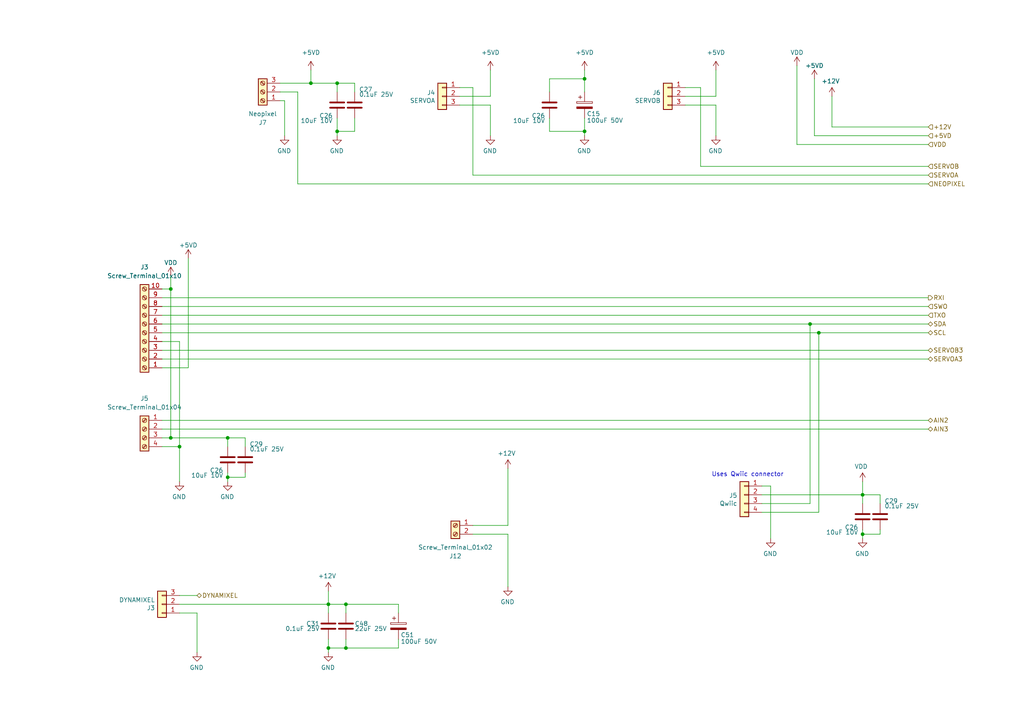
<source format=kicad_sch>
(kicad_sch (version 20230121) (generator eeschema)
  (paper "A4")
  (lib_symbols
    (symbol "Connector:Screw_Terminal_01x02" (pin_names (offset 1.016) hide)
      (property "Reference" "J" (at 0 2.54 0))
      (property "Value" "Screw_Terminal_01x02" (at 0 -5.08 0))
      (symbol "Screw_Terminal_01x02_1_1"
        (rectangle (start -1.27 1.27) (end 1.27 -3.81) (stroke (width 0.254)) (fill (type background)))
        (circle (center 0 -2.54) (radius 0.635) (stroke (width 0.1524)))
        (polyline (pts (xy -0.5334 -2.2098) (xy 0.3302 -3.048)) (stroke (width 0.1524)))
        (polyline (pts (xy -0.5334 0.3302) (xy 0.3302 -0.508)) (stroke (width 0.1524)))
        (polyline (pts (xy -0.3556 -2.032) (xy 0.508 -2.8702)) (stroke (width 0.1524)))
        (polyline (pts (xy -0.3556 0.508) (xy 0.508 -0.3302)) (stroke (width 0.1524)))
        (circle (center 0 0) (radius 0.635) (stroke (width 0.1524)))
        (pin passive line (at -5.08 0 0) (length 3.81) (name "Pin_1") (number "1"))
        (pin passive line (at -5.08 -2.54 0) (length 3.81) (name "Pin_2") (number "2"))
      )
    )
    (symbol "Connector:Screw_Terminal_01x03" (pin_names (offset 1.016) hide)
      (property "Reference" "J" (at 0 5.08 0))
      (property "Value" "Screw_Terminal_01x03" (at 0 -5.08 0))
      (symbol "Screw_Terminal_01x03_1_1"
        (rectangle (start -1.27 3.81) (end 1.27 -3.81) (stroke (width 0.254)) (fill (type background)))
        (circle (center 0 -2.54) (radius 0.635) (stroke (width 0.1524)))
        (polyline (pts (xy -0.5334 -2.2098) (xy 0.3302 -3.048)) (stroke (width 0.1524)))
        (polyline (pts (xy -0.5334 0.3302) (xy 0.3302 -0.508)) (stroke (width 0.1524)))
        (polyline (pts (xy -0.5334 2.8702) (xy 0.3302 2.032)) (stroke (width 0.1524)))
        (polyline (pts (xy -0.3556 -2.032) (xy 0.508 -2.8702)) (stroke (width 0.1524)))
        (polyline (pts (xy -0.3556 0.508) (xy 0.508 -0.3302)) (stroke (width 0.1524)))
        (polyline (pts (xy -0.3556 3.048) (xy 0.508 2.2098)) (stroke (width 0.1524)))
        (circle (center 0 0) (radius 0.635) (stroke (width 0.1524)))
        (circle (center 0 2.54) (radius 0.635) (stroke (width 0.1524)))
        (pin passive line (at -5.08 2.54 0) (length 3.81) (name "Pin_1") (number "1"))
        (pin passive line (at -5.08 0 0) (length 3.81) (name "Pin_2") (number "2"))
        (pin passive line (at -5.08 -2.54 0) (length 3.81) (name "Pin_3") (number "3"))
      )
    )
    (symbol "Connector:Screw_Terminal_01x04" (pin_names (offset 1.016) hide)
      (property "Reference" "J" (at 0 5.08 0))
      (property "Value" "Screw_Terminal_01x04" (at 0 -7.62 0))
      (symbol "Screw_Terminal_01x04_1_1"
        (rectangle (start -1.27 3.81) (end 1.27 -6.35) (stroke (width 0.254)) (fill (type background)))
        (circle (center 0 -5.08) (radius 0.635) (stroke (width 0.1524)))
        (circle (center 0 -2.54) (radius 0.635) (stroke (width 0.1524)))
        (polyline (pts (xy -0.5334 -4.7498) (xy 0.3302 -5.588)) (stroke (width 0.1524)))
        (polyline (pts (xy -0.5334 -2.2098) (xy 0.3302 -3.048)) (stroke (width 0.1524)))
        (polyline (pts (xy -0.5334 0.3302) (xy 0.3302 -0.508)) (stroke (width 0.1524)))
        (polyline (pts (xy -0.5334 2.8702) (xy 0.3302 2.032)) (stroke (width 0.1524)))
        (polyline (pts (xy -0.3556 -4.572) (xy 0.508 -5.4102)) (stroke (width 0.1524)))
        (polyline (pts (xy -0.3556 -2.032) (xy 0.508 -2.8702)) (stroke (width 0.1524)))
        (polyline (pts (xy -0.3556 0.508) (xy 0.508 -0.3302)) (stroke (width 0.1524)))
        (polyline (pts (xy -0.3556 3.048) (xy 0.508 2.2098)) (stroke (width 0.1524)))
        (circle (center 0 0) (radius 0.635) (stroke (width 0.1524)))
        (circle (center 0 2.54) (radius 0.635) (stroke (width 0.1524)))
        (pin passive line (at -5.08 2.54 0) (length 3.81) (name "Pin_1") (number "1"))
        (pin passive line (at -5.08 0 0) (length 3.81) (name "Pin_2") (number "2"))
        (pin passive line (at -5.08 -2.54 0) (length 3.81) (name "Pin_3") (number "3"))
        (pin passive line (at -5.08 -5.08 0) (length 3.81) (name "Pin_4") (number "4"))
      )
    )
    (symbol "Connector:Screw_Terminal_01x10" (pin_names (offset 1.016) hide)
      (property "Reference" "J" (at 0 12.7 0))
      (property "Value" "Screw_Terminal_01x10" (at 0 -15.24 0))
      (symbol "Screw_Terminal_01x10_1_1"
        (rectangle (start -1.27 11.43) (end 1.27 -13.97) (stroke (width 0.254)) (fill (type background)))
        (circle (center 0 -12.7) (radius 0.635) (stroke (width 0.1524)))
        (circle (center 0 -10.16) (radius 0.635) (stroke (width 0.1524)))
        (circle (center 0 -7.62) (radius 0.635) (stroke (width 0.1524)))
        (circle (center 0 -5.08) (radius 0.635) (stroke (width 0.1524)))
        (circle (center 0 -2.54) (radius 0.635) (stroke (width 0.1524)))
        (polyline (pts (xy -0.5334 -12.3698) (xy 0.3302 -13.208)) (stroke (width 0.1524)))
        (polyline (pts (xy -0.5334 -9.8298) (xy 0.3302 -10.668)) (stroke (width 0.1524)))
        (polyline (pts (xy -0.5334 -7.2898) (xy 0.3302 -8.128)) (stroke (width 0.1524)))
        (polyline (pts (xy -0.5334 -4.7498) (xy 0.3302 -5.588)) (stroke (width 0.1524)))
        (polyline (pts (xy -0.5334 -2.2098) (xy 0.3302 -3.048)) (stroke (width 0.1524)))
        (polyline (pts (xy -0.5334 0.3302) (xy 0.3302 -0.508)) (stroke (width 0.1524)))
        (polyline (pts (xy -0.5334 2.8702) (xy 0.3302 2.032)) (stroke (width 0.1524)))
        (polyline (pts (xy -0.5334 5.4102) (xy 0.3302 4.572)) (stroke (width 0.1524)))
        (polyline (pts (xy -0.5334 7.9502) (xy 0.3302 7.112)) (stroke (width 0.1524)))
        (polyline (pts (xy -0.5334 10.4902) (xy 0.3302 9.652)) (stroke (width 0.1524)))
        (polyline (pts (xy -0.3556 -12.192) (xy 0.508 -13.0302)) (stroke (width 0.1524)))
        (polyline (pts (xy -0.3556 -9.652) (xy 0.508 -10.4902)) (stroke (width 0.1524)))
        (polyline (pts (xy -0.3556 -7.112) (xy 0.508 -7.9502)) (stroke (width 0.1524)))
        (polyline (pts (xy -0.3556 -4.572) (xy 0.508 -5.4102)) (stroke (width 0.1524)))
        (polyline (pts (xy -0.3556 -2.032) (xy 0.508 -2.8702)) (stroke (width 0.1524)))
        (polyline (pts (xy -0.3556 0.508) (xy 0.508 -0.3302)) (stroke (width 0.1524)))
        (polyline (pts (xy -0.3556 3.048) (xy 0.508 2.2098)) (stroke (width 0.1524)))
        (polyline (pts (xy -0.3556 5.588) (xy 0.508 4.7498)) (stroke (width 0.1524)))
        (polyline (pts (xy -0.3556 8.128) (xy 0.508 7.2898)) (stroke (width 0.1524)))
        (polyline (pts (xy -0.3556 10.668) (xy 0.508 9.8298)) (stroke (width 0.1524)))
        (circle (center 0 0) (radius 0.635) (stroke (width 0.1524)))
        (circle (center 0 2.54) (radius 0.635) (stroke (width 0.1524)))
        (circle (center 0 5.08) (radius 0.635) (stroke (width 0.1524)))
        (circle (center 0 7.62) (radius 0.635) (stroke (width 0.1524)))
        (circle (center 0 10.16) (radius 0.635) (stroke (width 0.1524)))
        (pin passive line (at -5.08 10.16 0) (length 3.81) (name "Pin_1") (number "1"))
        (pin passive line (at -5.08 -12.7 0) (length 3.81) (name "Pin_10") (number "10"))
        (pin passive line (at -5.08 7.62 0) (length 3.81) (name "Pin_2") (number "2"))
        (pin passive line (at -5.08 5.08 0) (length 3.81) (name "Pin_3") (number "3"))
        (pin passive line (at -5.08 2.54 0) (length 3.81) (name "Pin_4") (number "4"))
        (pin passive line (at -5.08 0 0) (length 3.81) (name "Pin_5") (number "5"))
        (pin passive line (at -5.08 -2.54 0) (length 3.81) (name "Pin_6") (number "6"))
        (pin passive line (at -5.08 -5.08 0) (length 3.81) (name "Pin_7") (number "7"))
        (pin passive line (at -5.08 -7.62 0) (length 3.81) (name "Pin_8") (number "8"))
        (pin passive line (at -5.08 -10.16 0) (length 3.81) (name "Pin_9") (number "9"))
      )
    )
    (symbol "Connector_Generic:Conn_01x03" (pin_names (offset 1.016) hide)
      (property "Reference" "J" (at 0 5.08 0))
      (property "Value" "Conn_01x03" (at 0 -5.08 0))
      (symbol "Conn_01x03_1_1"
        (rectangle (start -1.27 -2.413) (end 0 -2.667) (stroke (width 0.1524)))
        (rectangle (start -1.27 0.127) (end 0 -0.127) (stroke (width 0.1524)))
        (rectangle (start -1.27 2.667) (end 0 2.413) (stroke (width 0.1524)))
        (rectangle (start -1.27 3.81) (end 1.27 -3.81) (stroke (width 0.254)) (fill (type background)))
        (pin passive line (at -5.08 2.54 0) (length 3.81) (name "Pin_1") (number "1"))
        (pin passive line (at -5.08 0 0) (length 3.81) (name "Pin_2") (number "2"))
        (pin passive line (at -5.08 -2.54 0) (length 3.81) (name "Pin_3") (number "3"))
      )
    )
    (symbol "Connector_Generic:Conn_01x04" (pin_names (offset 1.016) hide)
      (property "Reference" "J" (at 0 5.08 0))
      (property "Value" "Conn_01x04" (at 0 -7.62 0))
      (symbol "Conn_01x04_1_1"
        (rectangle (start -1.27 -4.953) (end 0 -5.207) (stroke (width 0.1524)))
        (rectangle (start -1.27 -2.413) (end 0 -2.667) (stroke (width 0.1524)))
        (rectangle (start -1.27 0.127) (end 0 -0.127) (stroke (width 0.1524)))
        (rectangle (start -1.27 2.667) (end 0 2.413) (stroke (width 0.1524)))
        (rectangle (start -1.27 3.81) (end 1.27 -6.35) (stroke (width 0.254)) (fill (type background)))
        (pin passive line (at -5.08 2.54 0) (length 3.81) (name "Pin_1") (number "1"))
        (pin passive line (at -5.08 0 0) (length 3.81) (name "Pin_2") (number "2"))
        (pin passive line (at -5.08 -2.54 0) (length 3.81) (name "Pin_3") (number "3"))
        (pin passive line (at -5.08 -5.08 0) (length 3.81) (name "Pin_4") (number "4"))
      )
    )
    (symbol "Device:C" (pin_numbers hide) (pin_names (offset 0.254))
      (property "Reference" "C" (at 0.635 2.54 0))
      (property "Value" "C" (at 0.635 -2.54 0))
      (symbol "C_0_1"
        (polyline (pts (xy -2.032 -0.762) (xy 2.032 -0.762)) (stroke (width 0.508)))
        (polyline (pts (xy -2.032 0.762) (xy 2.032 0.762)) (stroke (width 0.508)))
      )
      (symbol "C_1_1"
        (pin passive line (at 0 3.81 270) (length 2.794) (name "~") (number "1"))
        (pin passive line (at 0 -3.81 90) (length 2.794) (name "~") (number "2"))
      )
    )
    (symbol "Device:C_Polarized" (pin_numbers hide) (pin_names (offset 0.254))
      (property "Reference" "C" (at 0.635 2.54 0))
      (property "Value" "C_Polarized" (at 0.635 -2.54 0))
      (symbol "C_Polarized_0_1"
        (rectangle (start -2.286 0.508) (end 2.286 1.016))
        (polyline (pts (xy -1.778 2.286) (xy -0.762 2.286)))
        (polyline (pts (xy -1.27 2.794) (xy -1.27 1.778)))
        (rectangle (start 2.286 -0.508) (end -2.286 -1.016) (fill (type outline)))
      )
      (symbol "C_Polarized_1_1"
        (pin passive line (at 0 3.81 270) (length 2.794) (name "~") (number "1"))
        (pin passive line (at 0 -3.81 90) (length 2.794) (name "~") (number "2"))
      )
    )
    (symbol "power:+12V" (power) (pin_names (offset 0))
      (property "Value" "+12V" (at 0 3.556 0))
      (symbol "+12V_0_1"
        (polyline (pts (xy -0.762 1.27) (xy 0 2.54)))
        (polyline (pts (xy 0 0) (xy 0 2.54)))
        (polyline (pts (xy 0 2.54) (xy 0.762 1.27)))
      )
      (symbol "+12V_1_1"
        (pin power_in line (at 0 0 90) (length 0) hide (name "+12V") (number "1"))
      )
    )
    (symbol "power:+5VD" (power) (pin_names (offset 0))
      (property "Value" "+5VD" (at 0 3.556 0))
      (symbol "+5VD_0_1"
        (polyline (pts (xy -0.762 1.27) (xy 0 2.54)))
        (polyline (pts (xy 0 0) (xy 0 2.54)))
        (polyline (pts (xy 0 2.54) (xy 0.762 1.27)))
      )
      (symbol "+5VD_1_1"
        (pin power_in line (at 0 0 90) (length 0) hide (name "+5VD") (number "1"))
      )
    )
    (symbol "power:GND" (power) (pin_names (offset 0))
      (property "Value" "GND" (at 0 -3.81 0))
      (symbol "GND_0_1"
        (polyline (pts (xy 0 0) (xy 0 -1.27) (xy 1.27 -1.27) (xy 0 -2.54) (xy -1.27 -1.27) (xy 0 -1.27)))
      )
      (symbol "GND_1_1"
        (pin power_in line (at 0 0 270) (length 0) hide (name "GND") (number "1"))
      )
    )
    (symbol "power:VDD" (power) (pin_names (offset 0))
      (property "Value" "VDD" (at 0 3.81 0))
      (symbol "VDD_0_1"
        (polyline (pts (xy -0.762 1.27) (xy 0 2.54)))
        (polyline (pts (xy 0 0) (xy 0 2.54)))
        (polyline (pts (xy 0 2.54) (xy 0.762 1.27)))
      )
      (symbol "VDD_1_1"
        (pin power_in line (at 0 0 90) (length 0) hide (name "VDD") (number "1"))
      )
    )
  )
  (junction (at 66.04 138.43))
  (junction (at 95.25 187.96))
  (junction (at 169.545 38.1))
  (junction (at 169.545 22.86))
  (junction (at 234.95 93.98))
  (junction (at 97.79 24.13))
  (junction (at 49.53 83.82))
  (junction (at 237.49 96.52))
  (junction (at 100.33 175.26))
  (junction (at 66.04 127))
  (junction (at 90.17 24.13))
  (junction (at 95.25 175.26))
  (junction (at 97.79 38.1))
  (junction (at 250.19 143.51))
  (junction (at 100.33 187.96))
  (junction (at 52.07 129.54))
  (junction (at 250.19 154.94))
  (junction (at 49.53 127))
  (wire (pts (xy 137.16 154.94) (xy 147.32 154.94)))
  (wire (pts (xy 54.61 74.93) (xy 54.61 106.68)))
  (wire (pts (xy 46.99 86.36) (xy 269.24 86.36)))
  (wire (pts (xy 220.98 140.97) (xy 223.52 140.97)))
  (wire (pts (xy 57.15 177.8) (xy 52.07 177.8)))
  (wire (pts (xy 207.645 30.48) (xy 207.645 39.37)))
  (wire (pts (xy 250.19 153.67) (xy 250.19 154.94)))
  (wire (pts (xy 250.19 154.94) (xy 250.19 156.21)))
  (wire (pts (xy 102.87 38.1) (xy 97.79 38.1)))
  (wire (pts (xy 133.35 30.48) (xy 142.24 30.48)))
  (wire (pts (xy 220.98 143.51) (xy 250.19 143.51)))
  (wire (pts (xy 102.87 26.67) (xy 102.87 24.13)))
  (wire (pts (xy 46.99 93.98) (xy 234.95 93.98)))
  (wire (pts (xy 71.12 138.43) (xy 66.04 138.43)))
  (wire (pts (xy 198.755 30.48) (xy 207.645 30.48)))
  (wire (pts (xy 46.99 124.46) (xy 269.24 124.46)))
  (wire (pts (xy 159.385 22.86) (xy 159.385 26.67)))
  (wire (pts (xy 66.04 138.43) (xy 66.04 139.7)))
  (wire (pts (xy 234.95 93.98) (xy 269.24 93.98)))
  (wire (pts (xy 46.99 99.06) (xy 52.07 99.06)))
  (wire (pts (xy 54.61 106.68) (xy 46.99 106.68)))
  (wire (pts (xy 97.79 24.13) (xy 102.87 24.13)))
  (wire (pts (xy 169.545 38.1) (xy 169.545 39.37)))
  (wire (pts (xy 269.24 36.83) (xy 241.3 36.83)))
  (wire (pts (xy 52.07 129.54) (xy 52.07 139.7)))
  (wire (pts (xy 133.35 27.94) (xy 142.24 27.94)))
  (wire (pts (xy 137.16 50.8) (xy 269.24 50.8)))
  (wire (pts (xy 207.645 20.32) (xy 207.645 27.94)))
  (wire (pts (xy 95.25 187.96) (xy 100.33 187.96)))
  (wire (pts (xy 52.07 175.26) (xy 95.25 175.26)))
  (wire (pts (xy 159.385 34.29) (xy 159.385 38.1)))
  (wire (pts (xy 95.25 175.26) (xy 95.25 177.8)))
  (wire (pts (xy 147.32 154.94) (xy 147.32 170.18)))
  (wire (pts (xy 57.15 177.8) (xy 57.15 189.23)))
  (wire (pts (xy 142.24 20.32) (xy 142.24 27.94)))
  (wire (pts (xy 198.755 25.4) (xy 203.2 25.4)))
  (wire (pts (xy 102.87 34.29) (xy 102.87 38.1)))
  (wire (pts (xy 255.27 154.94) (xy 250.19 154.94)))
  (wire (pts (xy 97.79 24.13) (xy 97.79 26.67)))
  (wire (pts (xy 46.99 101.6) (xy 269.24 101.6)))
  (wire (pts (xy 236.22 39.37) (xy 269.24 39.37)))
  (wire (pts (xy 198.755 27.94) (xy 207.645 27.94)))
  (wire (pts (xy 231.14 41.91) (xy 269.24 41.91)))
  (wire (pts (xy 169.545 20.32) (xy 169.545 22.86)))
  (wire (pts (xy 250.19 139.7) (xy 250.19 143.51)))
  (wire (pts (xy 46.99 121.92) (xy 269.24 121.92)))
  (wire (pts (xy 100.33 175.26) (xy 115.57 175.26)))
  (wire (pts (xy 237.49 96.52) (xy 269.24 96.52)))
  (wire (pts (xy 97.79 34.29) (xy 97.79 38.1)))
  (wire (pts (xy 82.55 29.21) (xy 82.55 39.37)))
  (wire (pts (xy 95.25 185.42) (xy 95.25 187.96)))
  (wire (pts (xy 234.95 146.05) (xy 220.98 146.05)))
  (wire (pts (xy 159.385 22.86) (xy 169.545 22.86)))
  (wire (pts (xy 52.07 172.72) (xy 57.15 172.72)))
  (wire (pts (xy 137.16 25.4) (xy 137.16 50.8)))
  (wire (pts (xy 100.33 187.96) (xy 100.33 185.42)))
  (wire (pts (xy 142.24 30.48) (xy 142.24 39.37)))
  (wire (pts (xy 52.07 99.06) (xy 52.07 129.54)))
  (wire (pts (xy 169.545 22.86) (xy 169.545 26.67)))
  (wire (pts (xy 236.22 22.86) (xy 236.22 39.37)))
  (wire (pts (xy 203.2 25.4) (xy 203.2 48.26)))
  (wire (pts (xy 86.36 53.34) (xy 269.24 53.34)))
  (wire (pts (xy 49.53 127) (xy 46.99 127)))
  (wire (pts (xy 223.52 140.97) (xy 223.52 156.21)))
  (wire (pts (xy 100.33 175.26) (xy 100.33 177.8)))
  (wire (pts (xy 49.53 83.82) (xy 49.53 127)))
  (wire (pts (xy 255.27 143.51) (xy 255.27 146.05)))
  (wire (pts (xy 255.27 153.67) (xy 255.27 154.94)))
  (wire (pts (xy 46.99 129.54) (xy 52.07 129.54)))
  (wire (pts (xy 71.12 127) (xy 71.12 129.54)))
  (wire (pts (xy 95.25 187.96) (xy 95.25 189.23)))
  (wire (pts (xy 49.53 80.01) (xy 49.53 83.82)))
  (wire (pts (xy 46.99 83.82) (xy 49.53 83.82)))
  (wire (pts (xy 66.04 137.16) (xy 66.04 138.43)))
  (wire (pts (xy 49.53 127) (xy 66.04 127)))
  (wire (pts (xy 237.49 148.59) (xy 220.98 148.59)))
  (wire (pts (xy 95.25 175.26) (xy 100.33 175.26)))
  (wire (pts (xy 90.17 24.13) (xy 97.79 24.13)))
  (wire (pts (xy 46.99 96.52) (xy 237.49 96.52)))
  (wire (pts (xy 115.57 175.26) (xy 115.57 177.8)))
  (wire (pts (xy 46.99 88.9) (xy 269.24 88.9)))
  (wire (pts (xy 95.25 171.45) (xy 95.25 175.26)))
  (wire (pts (xy 81.28 29.21) (xy 82.55 29.21)))
  (wire (pts (xy 159.385 38.1) (xy 169.545 38.1)))
  (wire (pts (xy 250.19 146.05) (xy 250.19 143.51)))
  (wire (pts (xy 66.04 129.54) (xy 66.04 127)))
  (wire (pts (xy 71.12 137.16) (xy 71.12 138.43)))
  (wire (pts (xy 66.04 127) (xy 71.12 127)))
  (wire (pts (xy 250.19 143.51) (xy 255.27 143.51)))
  (wire (pts (xy 133.35 25.4) (xy 137.16 25.4)))
  (wire (pts (xy 241.3 36.83) (xy 241.3 27.94)))
  (wire (pts (xy 46.99 91.44) (xy 269.24 91.44)))
  (wire (pts (xy 231.14 41.91) (xy 231.14 19.05)))
  (wire (pts (xy 115.57 185.42) (xy 115.57 187.96)))
  (wire (pts (xy 269.24 104.14) (xy 46.99 104.14)))
  (wire (pts (xy 115.57 187.96) (xy 100.33 187.96)))
  (wire (pts (xy 90.17 24.13) (xy 90.17 20.32)))
  (wire (pts (xy 234.95 93.98) (xy 234.95 146.05)))
  (wire (pts (xy 147.32 135.89) (xy 147.32 152.4)))
  (wire (pts (xy 81.28 24.13) (xy 90.17 24.13)))
  (wire (pts (xy 81.28 26.67) (xy 86.36 26.67)))
  (wire (pts (xy 97.79 38.1) (xy 97.79 39.37)))
  (wire (pts (xy 137.16 152.4) (xy 147.32 152.4)))
  (wire (pts (xy 237.49 96.52) (xy 237.49 148.59)))
  (wire (pts (xy 169.545 34.29) (xy 169.545 38.1)))
  (wire (pts (xy 203.2 48.26) (xy 269.24 48.26)))
  (wire (pts (xy 86.36 26.67) (xy 86.36 53.34)))
  (text "Uses Qwiic connector" (at 227.33 138.43 0) (effects (font (size 1.27 1.27)) (justify right bottom)))
  (hierarchical_label "DYNAMIXEL" (shape bidirectional) (at 57.15 172.72 0))
  (hierarchical_label "NEOPIXEL" (shape input) (at 269.24 53.34 0))
  (hierarchical_label "SWO" (shape input) (at 269.24 88.9 0))
  (hierarchical_label "RXI" (shape output) (at 269.24 86.36 0))
  (hierarchical_label "SERVOB" (shape input) (at 269.24 48.26 0))
  (hierarchical_label "+5VD" (shape input) (at 269.24 39.37 0))
  (hierarchical_label "SERVOA" (shape input) (at 269.24 50.8 0))
  (hierarchical_label "VDD" (shape input) (at 269.24 41.91 0))
  (hierarchical_label "SDA" (shape bidirectional) (at 269.24 93.98 0))
  (hierarchical_label "+12V" (shape input) (at 269.24 36.83 0))
  (hierarchical_label "AIN2" (shape bidirectional) (at 269.24 121.92 0))
  (hierarchical_label "TXO" (shape input) (at 269.24 91.44 0))
  (hierarchical_label "AIN3" (shape bidirectional) (at 269.24 124.46 0))
  (hierarchical_label "SERVOA3" (shape bidirectional) (at 269.24 104.14 0))
  (hierarchical_label "SCL" (shape bidirectional) (at 269.24 96.52 0))
  (hierarchical_label "SERVOB3" (shape bidirectional) (at 269.24 101.6 0))
  (symbol (lib_id "Device:C") (at 100.33 181.61 0) (unit 1)
    (property "Reference" "C48" (at 102.87 181.61 0) (effects (justify left bottom)))
    (property "Value" "22uF 25V" (at 102.87 181.61 0) (effects (justify left top)))
    (property "Footprint" "Capacitor_SMD:C_1210_3225Metric" (effects hide))
    (property "Manufacturer" "Samsung" (effects hide))
    (property "Manufacturer Part Number" "CL31A226KAHNNNE" (effects hide))
    (property "Generic OK" "YES" (effects hide))
    (property "LCSC Part #" "C12891" (effects hide))
    (instances (project "Main" (path "" (reference "C48") (unit 1)) (path "" (reference "C19") (unit 1)) (path "" (reference "C23") (unit 1))))
  )
  (symbol (lib_id "power:GND") (at 223.52 156.21 0) (mirror y) (unit 1)
    (property "Reference" "#PWR054" (effects hide))
    (property "Value" "GND" (at 223.393 160.6042 0))
    (instances (project "Main" (path "" (reference "#PWR054") (unit 1)) (path "" (reference "#PWR073") (unit 1))) (project "Main" (path "" (reference "#PWR012") (unit 1))))
  )
  (symbol (lib_id "power:+5VD") (at 207.645 20.32 0) (unit 1)
    (property "Reference" "#PWR055" (effects hide))
    (property "Value" "+5VD" (at 207.645 15.24 0))
    (instances (project "Main" (path "" (reference "#PWR055") (unit 1)) (path "" (reference "#PWR070") (unit 1))))
  )
  (symbol (lib_id "Device:C") (at 255.27 149.86 0) (unit 1)
    (property "Reference" "C29" (at 256.54 146.05 0) (effects (justify left bottom)))
    (property "Value" "0.1uF 25V" (at 256.54 146.05 0) (effects (justify left top)))
    (property "Footprint" "Capacitor_SMD:C_0402_1005Metric" (effects hide))
    (property "Generic OK" "YES" (effects hide))
    (property "Manufacturer" "YAGEO" (effects hide))
    (property "Manufacturer Part Number" "CC0402KRX7R8BB104" (effects hide))
    (property "LCSC Part #" "C105883" (effects hide))
    (instances (project "Main" (path "" (reference "C29") (unit 1)) (path "" (reference "C35") (unit 1))))
  )
  (symbol (lib_id "Connector:Screw_Terminal_01x03") (at 76.2 26.67 180) (unit 1)
    (property "Reference" "J7" (at 76.2 35.56 0))
    (property "Value" "Neopixel" (at 76.2 33.02 0))
    (property "Footprint" "Pixels-dice:DB125-3.81-3P-GN-S" (effects hide))
    (property "Manufacturer" "DORABO" (effects hide))
    (property "Manufacturer Part Number" "DB125-3.81-3P-GN-S" (effects hide))
    (property "LCSC Part #" "C395879" (effects hide))
  )
  (symbol (lib_id "power:GND") (at 142.24 39.37 0) (mirror y) (unit 1)
    (property "Reference" "#PWR046" (effects hide))
    (property "Value" "GND" (at 142.113 43.7642 0))
    (instances (project "Main" (path "" (reference "#PWR046") (unit 1)) (path "" (reference "#PWR063") (unit 1))) (project "Main" (path "" (reference "#PWR09") (unit 1))))
  )
  (symbol (lib_id "power:VDD") (at 49.53 80.01 0) (unit 1)
    (property "Reference" "#PWR072" (effects hide))
    (property "Value" "VDD" (at 49.53 76.2 0))
    (instances (project "Main" (path "" (reference "#PWR072") (unit 1)) (path "" (reference "#PWR047") (unit 1))))
  )
  (symbol (lib_id "Device:C_Polarized") (at 115.57 181.61 0) (unit 1)
    (property "Reference" "C51" (at 116.205 184.15 0) (effects (justify left)))
    (property "Value" "100uF 50V" (at 116.205 186.055 0) (effects (justify left)))
    (property "Footprint" "Capacitor_SMD:CP_Elec_6.3x5.4" (effects hide))
    (property "LCSC Part #" "C97807" (effects hide))
    (property "Manufacturer" "Nichicon" (effects hide))
    (property "Manufacturer Part Number" "UWX1C101MCL1GB" (effects hide))
  )
  (symbol (lib_id "power:GND") (at 82.55 39.37 0) (mirror y) (unit 1)
    (property "Reference" "#PWR061" (effects hide))
    (property "Value" "GND" (at 82.423 43.7642 0))
    (instances (project "Main" (path "" (reference "#PWR061") (unit 1)) (path "" (reference "#PWR055") (unit 1))))
  )
  (symbol (lib_id "power:+12V") (at 147.32 135.89 0) (mirror y) (unit 1)
    (property "Reference" "#PWR069" (effects hide))
    (property "Value" "+12V" (at 146.939 131.4958 0))
    (instances (project "Main" (path "" (reference "#PWR069") (unit 1)) (path "" (reference "#PWR051") (unit 1))) (project "Main" (path "" (reference "#PWR013") (unit 1))))
  )
  (symbol (lib_id "power:GND") (at 66.04 139.7 0) (mirror y) (unit 1)
    (property "Reference" "#PWR052" (effects hide))
    (property "Value" "GND" (at 65.913 144.0942 0))
    (instances (project "Main" (path "" (reference "#PWR052") (unit 1)) (path "" (reference "#PWR050") (unit 1))) (project "Main" (path "" (reference "#PWR07") (unit 1))))
  )
  (symbol (lib_id "Device:C") (at 66.04 133.35 0) (unit 1)
    (property "Reference" "C26" (at 64.77 137.16 0) (effects (justify right bottom)))
    (property "Value" "10uF 10V" (at 64.77 137.16 0) (effects (justify right top)))
    (property "Footprint" "Capacitor_SMD:C_0805_2012Metric" (effects hide))
    (property "Manufacturer" "Samsung" (effects hide))
    (property "Generic OK" "YES" (effects hide))
    (property "LCSC Part #" "C1713" (effects hide))
    (property "Manufacturer Part Number" "CL21A106KOQNNNE" (effects hide))
    (instances (project "Main" (path "" (reference "C26") (unit 1)) (path "" (reference "C17") (unit 1))) (project "Main" (path "" (reference "C1") (unit 1))))
  )
  (symbol (lib_id "Connector_Generic:Conn_01x03") (at 46.99 175.26 180) (unit 1)
    (property "Reference" "J3" (at 44.958 176.3268 0) (effects (justify left)))
    (property "Value" "DYNAMIXEL" (at 44.958 174.0154 0) (effects (justify left)))
    (property "Footprint" "Connector_JST:JST_EH_S3B-EH_1x03_P2.50mm_Horizontal" (effects hide))
    (property "Manufacturer" "Molex" (effects hide))
    (property "Manufacturer Part Number" "22-05-7035" (effects hide))
    (property "LCSC Part #" "C185225" (effects hide))
    (instances (project "Main" (path "" (reference "J3") (unit 1)) (path "" (reference "J6") (unit 1))) (project "Main" (path "" (reference "J4") (unit 1))))
  )
  (symbol (lib_id "Connector:Screw_Terminal_01x04") (at 41.91 124.46 0) (mirror y) (unit 1)
    (property "Reference" "J5" (at 41.91 115.57 0))
    (property "Value" "Screw_Terminal_01x04" (at 41.91 118.11 0))
    (property "Footprint" "Pixels-dice:DB125-3.81-4P-GN-S" (effects hide))
    (property "LCSC Part #" "C395880" (effects hide))
    (property "Manufacturer" "DORABO" (effects hide))
    (property "Manufacturer Part Number" "DB125-3.81-4P-GN-S" (effects hide))
  )
  (symbol (lib_id "power:+5VD") (at 142.24 20.32 0) (unit 1)
    (property "Reference" "#PWR045" (effects hide))
    (property "Value" "+5VD" (at 142.24 15.24 0))
    (instances (project "Main" (path "" (reference "#PWR045") (unit 1)) (path "" (reference "#PWR062") (unit 1))))
  )
  (symbol (lib_id "power:VDD") (at 250.19 139.7 0) (mirror y) (unit 1)
    (property "Reference" "#PWR053" (effects hide))
    (property "Value" "VDD" (at 249.7582 135.3058 0))
    (instances (project "Main" (path "" (reference "#PWR053") (unit 1)) (path "" (reference "#PWR077") (unit 1))))
  )
  (symbol (lib_id "Device:C") (at 250.19 149.86 0) (unit 1)
    (property "Reference" "C26" (at 248.92 153.67 0) (effects (justify right bottom)))
    (property "Value" "10uF 10V" (at 248.92 153.67 0) (effects (justify right top)))
    (property "Footprint" "Capacitor_SMD:C_0805_2012Metric" (effects hide))
    (property "Manufacturer" "Samsung" (effects hide))
    (property "Generic OK" "YES" (effects hide))
    (property "LCSC Part #" "C1713" (effects hide))
    (property "Manufacturer Part Number" "CL21A106KOQNNNE" (effects hide))
    (instances (project "Main" (path "" (reference "C26") (unit 1)) (path "" (reference "C34") (unit 1))) (project "Main" (path "" (reference "C1") (unit 1))))
  )
  (symbol (lib_id "power:GND") (at 169.545 39.37 0) (mirror y) (unit 1)
    (property "Reference" "#PWR076" (effects hide))
    (property "Value" "GND" (at 169.418 43.7642 0))
    (instances (project "Main" (path "" (reference "#PWR076") (unit 1)) (path "" (reference "#PWR099") (unit 1))) (project "Main" (path "" (reference "#PWR09") (unit 1))))
  )
  (symbol (lib_id "Device:C") (at 95.25 181.61 0) (unit 1)
    (property "Reference" "C31" (at 92.71 181.61 0) (effects (justify right bottom)))
    (property "Value" "0.1uF 25V" (at 92.71 181.61 0) (effects (justify right top)))
    (property "Footprint" "Capacitor_SMD:C_0402_1005Metric" (effects hide))
    (property "Generic OK" "YES" (effects hide))
    (property "Manufacturer" "YAGEO" (effects hide))
    (property "Manufacturer Part Number" "CC0402KRX7R8BB104" (effects hide))
    (property "LCSC Part #" "C105883" (effects hide))
    (instances (project "Main" (path "" (reference "C31") (unit 1)) (path "" (reference "C20") (unit 1))))
  )
  (symbol (lib_id "Connector_Generic:Conn_01x03") (at 128.27 27.94 0) (mirror y) (unit 1)
    (property "Reference" "J4" (at 126.238 26.8732 0) (effects (justify left)))
    (property "Value" "SERVOA" (at 126.238 29.1846 0) (effects (justify left)))
    (property "Footprint" "Connector_PinHeader_2.54mm:PinHeader_1x03_P2.54mm_Vertical" (effects hide))
    (property "Manufacturer" "Amphenol Commercial Products" (effects hide))
    (property "Manufacturer Part Number" "G800W305018EU" (effects hide))
    (property "LCSC Part #" "C2894926" (effects hide))
    (instances (project "Main" (path "" (reference "J4") (unit 1)) (path "" (reference "J8") (unit 1))) (project "Main" (path "" (reference "J1") (unit 1))))
  )
  (symbol (lib_id "Connector_Generic:Conn_01x03") (at 193.675 27.94 0) (mirror y) (unit 1)
    (property "Reference" "J6" (at 191.643 26.8732 0) (effects (justify left)))
    (property "Value" "SERVOB" (at 191.643 29.1846 0) (effects (justify left)))
    (property "Footprint" "Connector_PinHeader_2.54mm:PinHeader_1x03_P2.54mm_Vertical" (effects hide))
    (property "Manufacturer" "Amphenol Commercial Products" (effects hide))
    (property "Manufacturer Part Number" "G800W305018EU" (effects hide))
    (property "LCSC Part #" "C2894926" (effects hide))
    (instances (project "Main" (path "" (reference "J6") (unit 1)) (path "" (reference "J10") (unit 1))) (project "Main" (path "" (reference "J1") (unit 1))))
  )
  (symbol (lib_id "Device:C") (at 97.79 30.48 0) (unit 1)
    (property "Reference" "C26" (at 96.52 34.29 0) (effects (justify right bottom)))
    (property "Value" "10uF 10V" (at 96.52 34.29 0) (effects (justify right top)))
    (property "Footprint" "Capacitor_SMD:C_0805_2012Metric" (effects hide))
    (property "Manufacturer" "Samsung" (effects hide))
    (property "Generic OK" "YES" (effects hide))
    (property "LCSC Part #" "C1713" (effects hide))
    (property "Manufacturer Part Number" "CL21A106KOQNNNE" (effects hide))
    (instances (project "Main" (path "" (reference "C26") (unit 1)) (path "" (reference "C21") (unit 1))) (project "Main" (path "" (reference "C1") (unit 1))))
  )
  (symbol (lib_id "power:GND") (at 207.645 39.37 0) (mirror y) (unit 1)
    (property "Reference" "#PWR056" (effects hide))
    (property "Value" "GND" (at 207.518 43.7642 0))
    (instances (project "Main" (path "" (reference "#PWR056") (unit 1)) (path "" (reference "#PWR071") (unit 1))) (project "Main" (path "" (reference "#PWR09") (unit 1))))
  )
  (symbol (lib_id "power:+5VD") (at 236.22 22.86 0) (unit 1)
    (property "Reference" "#PWR070" (effects hide))
    (property "Value" "+5VD" (at 236.22 19.05 0))
    (instances (project "Main" (path "" (reference "#PWR070") (unit 1)) (path "" (reference "#PWR075") (unit 1))))
  )
  (symbol (lib_id "power:GND") (at 95.25 189.23 0) (mirror y) (unit 1)
    (property "Reference" "#PWR078" (effects hide))
    (property "Value" "GND" (at 95.123 193.6242 0))
    (instances (project "Main" (path "" (reference "#PWR078") (unit 1)) (path "" (reference "#PWR060") (unit 1))) (project "Main" (path "" (reference "#PWR09") (unit 1))))
  )
  (symbol (lib_id "power:+5VD") (at 169.545 20.32 0) (unit 1)
    (property "Reference" "#PWR045" (effects hide))
    (property "Value" "+5VD" (at 169.545 15.24 0))
    (instances (project "Main" (path "" (reference "#PWR045") (unit 1)) (path "" (reference "#PWR0100") (unit 1))))
  )
  (symbol (lib_id "power:GND") (at 57.15 189.23 0) (mirror y) (unit 1)
    (property "Reference" "#PWR01" (effects hide))
    (property "Value" "GND" (at 57.023 193.6242 0))
    (instances (project "Main" (path "" (reference "#PWR01") (unit 1)) (path "" (reference "#PWR052") (unit 1))) (project "Main" (path "" (reference "#PWR016") (unit 1))))
  )
  (symbol (lib_id "Device:C_Polarized") (at 169.545 30.48 0) (unit 1)
    (property "Reference" "C15" (at 170.18 33.02 0) (effects (justify left)))
    (property "Value" "100uF 50V" (at 170.18 34.925 0) (effects (justify left)))
    (property "Footprint" "Capacitor_SMD:CP_Elec_6.3x5.4" (effects hide))
    (property "LCSC Part #" "C97807" (effects hide))
    (property "Manufacturer" "Nichicon" (effects hide))
    (property "Manufacturer Part Number" "UWX1C101MCL1GB" (effects hide))
  )
  (symbol (lib_id "power:GND") (at 52.07 139.7 0) (mirror y) (unit 1)
    (property "Reference" "#PWR071" (effects hide))
    (property "Value" "GND" (at 51.943 144.0942 0))
    (instances (project "Main" (path "" (reference "#PWR071") (unit 1)) (path "" (reference "#PWR053") (unit 1))) (project "Main" (path "" (reference "#PWR09") (unit 1))))
  )
  (symbol (lib_id "power:GND") (at 97.79 39.37 0) (mirror y) (unit 1)
    (property "Reference" "#PWR076" (effects hide))
    (property "Value" "GND" (at 97.663 43.7642 0))
    (instances (project "Main" (path "" (reference "#PWR076") (unit 1)) (path "" (reference "#PWR061") (unit 1))) (project "Main" (path "" (reference "#PWR09") (unit 1))))
  )
  (symbol (lib_id "power:VDD") (at 231.14 19.05 0) (unit 1)
    (property "Reference" "#PWR072" (effects hide))
    (property "Value" "VDD" (at 231.14 15.24 0))
    (instances (project "Main" (path "" (reference "#PWR072") (unit 1)) (path "" (reference "#PWR074") (unit 1))))
  )
  (symbol (lib_id "Device:C") (at 159.385 30.48 0) (unit 1)
    (property "Reference" "C26" (at 158.115 34.29 0) (effects (justify right bottom)))
    (property "Value" "10uF 10V" (at 158.115 34.29 0) (effects (justify right top)))
    (property "Footprint" "Capacitor_SMD:C_0805_2012Metric" (effects hide))
    (property "Manufacturer" "Samsung" (effects hide))
    (property "Generic OK" "YES" (effects hide))
    (property "LCSC Part #" "C1713" (effects hide))
    (property "Manufacturer Part Number" "CL21A106KOQNNNE" (effects hide))
    (instances (project "Main" (path "" (reference "C26") (unit 1)) (path "" (reference "C26") (unit 1))) (project "Main" (path "" (reference "C1") (unit 1))))
  )
  (symbol (lib_id "Device:C") (at 71.12 133.35 0) (unit 1)
    (property "Reference" "C29" (at 72.39 129.54 0) (effects (justify left bottom)))
    (property "Value" "0.1uF 25V" (at 72.39 129.54 0) (effects (justify left top)))
    (property "Footprint" "Capacitor_SMD:C_0402_1005Metric" (effects hide))
    (property "Generic OK" "YES" (effects hide))
    (property "Manufacturer" "YAGEO" (effects hide))
    (property "Manufacturer Part Number" "CC0402KRX7R8BB104" (effects hide))
    (property "LCSC Part #" "C105883" (effects hide))
    (instances (project "Main" (path "" (reference "C29") (unit 1)) (path "" (reference "C18") (unit 1))))
  )
  (symbol (lib_id "power:+12V") (at 95.25 171.45 0) (mirror y) (unit 1)
    (property "Reference" "#PWR02" (effects hide))
    (property "Value" "+12V" (at 94.869 167.0558 0))
    (instances (project "Main" (path "" (reference "#PWR02") (unit 1)) (path "" (reference "#PWR059") (unit 1))) (project "Main" (path "" (reference "#PWR013") (unit 1))))
  )
  (symbol (lib_id "Connector:Screw_Terminal_01x02") (at 132.08 152.4 0) (mirror y) (unit 1)
    (property "Reference" "J12" (at 132.08 161.29 0))
    (property "Value" "Screw_Terminal_01x02" (at 132.08 158.75 0))
    (property "Footprint" "Pixels-dice:DB125-3.81-2P-GN-S" (effects hide))
    (property "Manufacturer" "DORABO" (effects hide))
    (property "Manufacturer Part Number" "DB125-3.81-2P-GN-S" (effects hide))
    (property "LCSC Part #" "C395878" (effects hide))
    (instances (project "Main" (path "" (reference "J12") (unit 1)) (path "" (reference "J9") (unit 1))))
  )
  (symbol (lib_id "power:+5VD") (at 90.17 20.32 0) (unit 1)
    (property "Reference" "#PWR060" (effects hide))
    (property "Value" "+5VD" (at 90.17 15.24 0))
    (instances (project "Main" (path "" (reference "#PWR060") (unit 1)) (path "" (reference "#PWR056") (unit 1))))
  )
  (symbol (lib_id "power:GND") (at 147.32 170.18 0) (mirror y) (unit 1)
    (property "Reference" "#PWR054" (effects hide))
    (property "Value" "GND" (at 147.193 174.5742 0))
    (instances (project "Main" (path "" (reference "#PWR054") (unit 1)) (path "" (reference "#PWR048") (unit 1))) (project "Main" (path "" (reference "#PWR012") (unit 1))))
  )
  (symbol (lib_id "power:+5VD") (at 54.61 74.93 0) (unit 1)
    (property "Reference" "#PWR070" (effects hide))
    (property "Value" "+5VD" (at 54.61 71.12 0))
    (instances (project "Main" (path "" (reference "#PWR070") (unit 1)) (path "" (reference "#PWR049") (unit 1))))
  )
  (symbol (lib_id "Connector:Screw_Terminal_01x10") (at 41.91 96.52 180) (unit 1)
    (property "Reference" "J3" (at 41.91 77.47 0))
    (property "Value" "Screw_Terminal_01x10" (at 41.91 80.01 0))
    (property "Footprint" "Pixels-dice:DB125-3.81-10P-GN-S" (effects hide))
    (property "LCSC Part #" "C5137189" (effects hide))
    (property "Manufacturer" "DORABO" (effects hide))
    (property "Manufacturer Part Number" "DB125-3.81-10P-GN-S" (effects hide))
  )
  (symbol (lib_id "power:GND") (at 250.19 156.21 0) (mirror y) (unit 1)
    (property "Reference" "#PWR052" (effects hide))
    (property "Value" "GND" (at 250.063 160.6042 0))
    (instances (project "Main" (path "" (reference "#PWR052") (unit 1)) (path "" (reference "#PWR078") (unit 1))) (project "Main" (path "" (reference "#PWR07") (unit 1))))
  )
  (symbol (lib_id "power:+12V") (at 241.3 27.94 0) (mirror y) (unit 1)
    (property "Reference" "#PWR069" (effects hide))
    (property "Value" "+12V" (at 240.919 23.5458 0))
    (instances (project "Main" (path "" (reference "#PWR069") (unit 1)) (path "" (reference "#PWR076") (unit 1))) (project "Main" (path "" (reference "#PWR013") (unit 1))))
  )
  (symbol (lib_id "Connector_Generic:Conn_01x04") (at 215.9 143.51 0) (mirror y) (unit 1)
    (property "Reference" "J5" (at 213.868 143.7132 0) (effects (justify left)))
    (property "Value" "Qwiic" (at 213.868 146.0246 0) (effects (justify left)))
    (property "Footprint" "Pixels-dice:CCSH-W10R-XXTR-BK-A" (effects hide))
    (property "Manufacturer" "Kaweei Technology " (effects hide))
    (property "Manufacturer Part Number" "CCSH-W10R-XXTR-BK-A" (effects hide))
    (instances (project "Main" (path "" (reference "J5") (unit 1)) (path "" (reference "J11") (unit 1))) (project "Main" (path "" (reference "J2") (unit 1))))
  )
  (symbol (lib_id "Device:C") (at 102.87 30.48 0) (unit 1)
    (property "Reference" "C27" (at 104.14 26.67 0) (effects (justify left bottom)))
    (property "Value" "0.1uF 25V" (at 104.14 26.67 0) (effects (justify left top)))
    (property "Footprint" "Capacitor_SMD:C_0402_1005Metric" (effects hide))
    (property "Generic OK" "YES" (effects hide))
    (property "Manufacturer" "YAGEO" (effects hide))
    (property "Manufacturer Part Number" "CC0402KRX7R8BB104" (effects hide))
    (property "LCSC Part #" "C105883" (effects hide))
    (instances (project "Main" (path "" (reference "C27") (unit 1)) (path "" (reference "C24") (unit 1))))
  )
)
</source>
